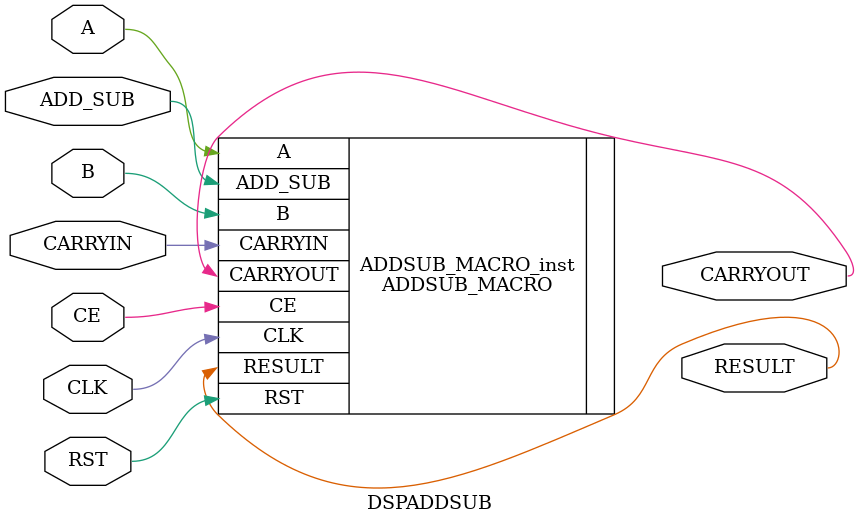
<source format=v>
module DSPADDSUB(
output RESULT,
output CARRYOUT, 
input CLK,
input A, 
input ADD_SUB,
input B,
input CARRYIN, 
input CE,
input RST 
);
ADDSUB_MACRO #(
   .DEVICE("7SERIES"), // Target Device: "7SERIES"
   .LATENCY(2),        // Desired clock cycle latency, 0-2
   .WIDTH(48)          // Input / output bus width, 1-48
) ADDSUB_MACRO_inst (
   .CARRYOUT(CARRYOUT), // 1-bit carry-out output signal
   .RESULT(RESULT),     // Add/sub result output, width defined by WIDTH parameter
   .A(A),               // Input A bus, width defined by WIDTH parameter
   .ADD_SUB(ADD_SUB),   // 1-bit add/sub input, high selects add, low selects subtract
   .B(B),               // Input B bus, width defined by WIDTH parameter
   .CARRYIN(CARRYIN),   // 1-bit carry-in input
   .CE(CE),             // 1-bit clock enable input
   .CLK(CLK),           // 1-bit clock input
   .RST(RST)            // 1-bit active high synchronous reset
);

// End of ADDSUB_MACRO_inst instantiation
 endmodule

</source>
